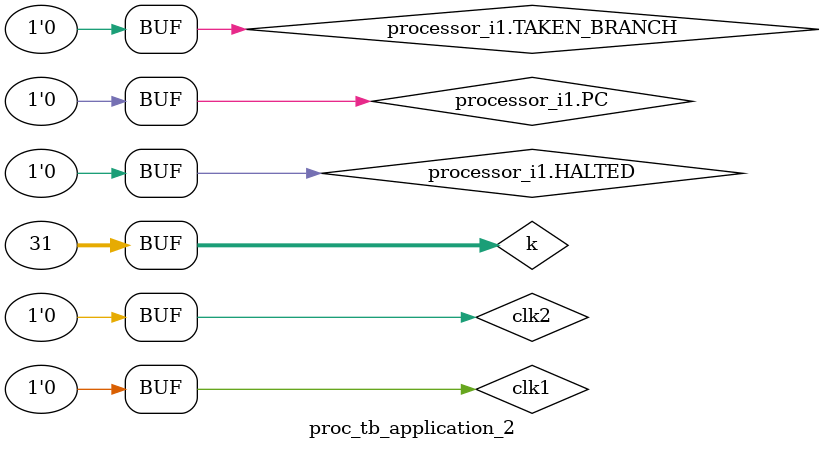
<source format=v>
 module processor (clk1, clk2);



input clk1,clk2;// Two-phase clock







reg [31:0] PC, IF_ID_IR, IF_ID_NPC;



reg [31:0] ID_EX_IR, ID_EX_NPC, ID_EX_A, ID_EX_B, ID_EX_Imm;



reg [2:0] ID_EX_type, EX_MEM_type, MEM_WB_type;



reg [31:0] EX_MEM_IR, EX_MEM_ALUOut, EX_MEM_B; 



reg EX_MEM_cond;



reg [31:0] MEM_WB_IR, MEM_WB_ALUOut, MEM_WB_LMD;



reg [31:0] Reg [0:31];// Register bank (32 x 32)



reg [31:0] Mem [0:1023];// 1024 x 32 memory





parameter ADD=6'b000000,SUB=6'b000001, AND=6'b000010, OR=6'b000011, SLT=6'b000100, MUL=6'b000101, HLT=6'b111111, LW=6'b001000, SW=6'b001001, ADDI=6'b001010, SUBI=6'b001011, SLTI=6'b001100, BNEQZ=6'b001101, BEQZ=6'b001110;





parameter RR_ALU=3'b000, RM_ALU=3'b001, LOAD=3'b010, BRANCH=3'b100, HALT=3'b101,STORE=3'b011;



reg HALTED;// Set after HLT instruction is completed (in WB stage)



reg TAKEN_BRANCH;// Required to disable instructions after branch









always @ (posedge clk1) // IF Stage



if (HALTED == 0)



begin



if (((EX_MEM_IR [31:26] ===BEQZ) & & (EX_MEM_cond == 1)) || ((EX_MEM_IR [31:26] == BNEQZ) & & (EX_MEM_cond == 0) ) ) 



begin

IF_ID_IR <= #2 Mem [EX_MEM_ALUOut];

TAKEN_BRANCH <= #2 1'b1;

IF_ID_NPC<= #2 EX_MEM_ALUOut + 1;

PC<= #2 EX_MEM_ALUOut + 1;

end



else

begin

IF_ID_IR<= #2 Mem [PC];

IF_ID_NPC<= #2 PC + 1;

PC<= #2 PC + 1;

end

end











always @(posedge clk2) // ID Stage

if (HALTED ==0)

begin

if (IF_ID_IR [25:21] ==5'b00000) ID_EX_A <= 0;

else ID_EX_A <= #2 Reg[IF_ID_IR [25:21]]; // "rs"



if (IF_ID_IR [20:16] <= 5'b00000) ID_EX_B <= 0;

else ID_EX_B<=#2 Reg [IF_ID_IR [20:16]]; // "rt"



ID_EX_NPC<=#2 IF_ID_NPC;

ID_EX_IR <=#2 IF_ID_IR;

ID_EX_Imm<=#2 {{16{IF_ID_IR [15]} }, {IF_ID_IR[15:0] } }; //sign extension, replicate sign bit 16 times and concatenate







case (IF_ID_IR [31:26])

ADD, SUB, AND, OR, SLT, MUL: ID_EX_type <= #2 RR_ALU;//reg - reg

ADDI, SUBI, SLTI:ID_EX_type <= #2 RM_ALU;//

 LW:ID_EX_type <= #2 LOAD;

 SW: ID_EX_type<= #2 STORE;

BNEQZ, BEQZ:ID_EX_type <= #2 BRANCH;

 HLT:ID_EX_type <= #2 HALT;

default:ID_EX_type <= #2 HALT;// Invalid opcode

endcase



end





always @ (posedge clk1)// EX Stage

if (HALTED == 0)

begin

EX_MEM_type <= #2 ID_EX_type;

EX_MEM_IR <= #2 ID_EX_IR;

TAKEN_BRANCH <= #2 0;

case (ID_EX_type)



  RR_ALU: begin

    case (ID_EX_IR [31:26]) // "opcode"

    ADD: EX_MEM_ALUOut <= #2 ID_EX_A + ID_EX_B;

    SUB:EX_MEM_ALUOut  <= #2 ID_EX_A - ID_EX_B;

    AND:EX_MEM_ALUOut  <= #2 ID_EX_A & ID_EX_B;

    OR:EX_MEM_ALUOut  <= #2 ID_EX_A | ID_EX_B;

    SLT:EX_MEM_ALUOut  <= #2 ID_EX_A <ID_EX_B;

    MUL:EX_MEM_ALUOut <= #2 ID_EX_A * ID_EX_B;

    default:EX_MEM_ALUOut <=#2 32'hxxxxxxxx;

    endcase

    end





  RM_ALU:

    begin

    case(ID_EX_IR [31:26]) //"opcode"

    ADDI:EX_MEM_ALUOut <= #2 ID_EX_A + ID_EX_Imm;

    SUBI:EX_MEM_ALUOut <= #2 ID_EX_A - ID_EX_Imm;

    SLTI:EX_MEM_ALUOut <= #2 ID_EX_A < ID_EX_Imm;

    default:EX_MEM_ALUOut <= #2 32'hxxxxxxxx;

    endcase

    end

    

    LOAD, STORE: begin    

    EX_MEM_ALUOut <= #2 ID_EX_A+ID_EX_Imm;    

    EX_MEM_B<= #2 ID_EX_B;   

    end

    

    BRANCH: begin    

    EX_MEM_ALUOut <= #2 ID_EX_NPC + ID_EX_Imm;    

    EX_MEM_cond<= #2 (ID_EX_A==0);    

    end   

    endcase    

    end









always @ (posedge clk2)// MEM stage

if(HALTED==0)

begin

MEM_WB_type <= #2 EX_MEM_type; 

MEM_WB_IR <= #2 EX_MEM_IR;

case (EX_MEM_type)

RR_ALU, RM_ALU:



MEM_WB_ALUOut<= #2 EX_MEM_ALUOut;



 LOAD:MEM_WB_LMD<= #2 Mem [EX_MEM_ALUOut];



 STORE:if (TAKEN_BRANCH ==0)// Disable write

  Mem [EX_MEM_ALUOut]<= #2 EX_MEM_B;



endcase



end





always @ (posedge clk1)// WB Stage

begin

if(TAKEN_BRANCH==0)// Disable write if branch taken

case (MEM_WB_type)

 RR_ALU: Reg [MEM_WB_IR [15:11]]<= #2 MEM_WB_ALUOut; // "rd"

 RM_ALU: Reg [MEM_WB_IR [20:16]]<= #2 MEM_WB_ALUOut; // "rt"

 LOAD: Reg [MEM_WB_IR [20:16]]<= #2 MEM_WB_LMD;// "rt"

 HALT: HALTED <= #2 1'b1;

endcase



end



endmodule







module proc_tb_application_1();



reg clk1,clk2;

integer k;



processor processor_i1 (clk1, clk2);

initial begin

clk1=0;clk2=0;

repeat(20)

begin

#5 clk1=1;#5 clk1=0;

#5 clk2=1;#5 clk2=0;

end

end



initial

begin

for (k=0; k<31; k=k+1)



processor_i1.Reg[k] <= k;

processor_i1.Mem[0] = 32'h2801000a;

processor_i1.Mem[1] = 32'h28020014;

processor_i1.Mem[2] = 32'h28030019;

processor_i1.Mem[3] = 32'h0ce77800;

processor_i1.Mem[4] = 32'h0ce77800;

processor_i1.Mem[5] = 32'h00222000;

processor_i1.Mem[6] = 32'h0ce77800;

processor_i1.Mem[7] = 32'h00832800;

processor_i1.Mem[8] = 32'hfc000000;

processor_i1.HALTED=0;

processor_i1.PC=0;

processor_i1.TAKEN_BRANCH=0;



end



endmodule







module proc_tb_application_2();



reg clk1,clk2;

integer k;



processor processor_i1 (clk1, clk2);

initial begin

clk1=0;clk2=0;

repeat(100)

begin

#5 clk1=1;#5 clk1=0;

#5 clk2=1;#5 clk2=0;

end

end

initial



begin



for (k=0; k<31; k=k+1)



processor_i1.Reg [k] =k;



processor_i1.Mem [0]=32'h280a00c8; 

processor_i1.Mem [1]=32'h28020000;

processor_i1.Mem [2]=32'h0e94a000;

processor_i1.Mem [3]=32'h21430000;

processor_i1.Mem [4]=32'h0e94a000;

processor_i1.Mem [5]=32'h00431000;

processor_i1.Mem [6]=32'h2c630001;

processor_i1.Mem [7]=32'h0e94a000;

processor_i1.Mem [8]=32'h3460fffc;

processor_i1.Mem [9]=32'h2542fffe;

processor_i1.Mem [10]=32'hfc000000;

processor_i1.Mem[200]=7; //to calculate factorial of 7

processor_i1.HALTED=0;

processor_i1.PC=0;

processor_i1.TAKEN_BRANCH=0;

end

initial begin

$monitor("$t3 : %4d",processor_i1.Reg[2]);

end



endmodule










</source>
